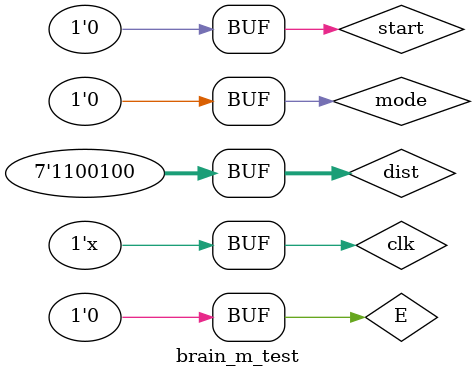
<source format=v>
`timescale 1ns / 1ps


module brain_m_test;

	// Inputs
	reg clk;
	reg [6:0] dist;
	reg mode;
	reg start;
	reg E;

	// Outputs
	wire color;
	wire OE;
	wire [4:0] shape;

	// Instantiate the Unit Under Test (UUT)
	brain_m uut (
		.clk(clk), 
		.dist(dist), 
		.mode(mode), 
		.start(start), 
		.E(E), 
		.color(color), 
		.OE(OE), 
		.shape(shape)
	);

	initial begin
		// Initialize Inputs
		clk = 0;
		dist = 0;
		mode = 0;
		start = 0;
		E = 0;

		// Wait 100 ns for global reset to finish
		#100;
        
		// Add stimulus here
		start = 1;
		dist = 12;
		#2
		dist = 11;
		#2
		dist = 10;
		#2
		dist = 9;
		#2
		dist = 8;
		#2
		dist = 7;
		#2
		dist = 6;
		#2
		dist = 5;
		#2
		dist = 4;
		#2
		dist = 3;
		#2
		dist = 2;
		#10
		start = 0;
		
		#10
		dist = 100;
		mode = 1;
		start = 1;
		
		#10
		mode = 0;
		start = 0;	
	end
	
   always
		#5 clk = !clk;
endmodule


</source>
